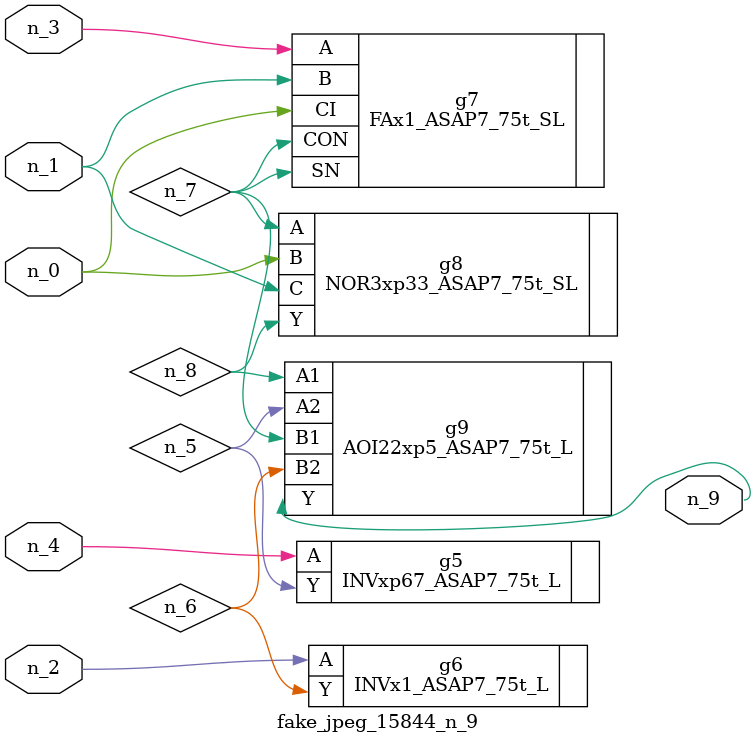
<source format=v>
module fake_jpeg_15844_n_9 (n_3, n_2, n_1, n_0, n_4, n_9);

input n_3;
input n_2;
input n_1;
input n_0;
input n_4;

output n_9;

wire n_8;
wire n_6;
wire n_5;
wire n_7;

INVxp67_ASAP7_75t_L g5 ( 
.A(n_4),
.Y(n_5)
);

INVx1_ASAP7_75t_L g6 ( 
.A(n_2),
.Y(n_6)
);

FAx1_ASAP7_75t_SL g7 ( 
.A(n_3),
.B(n_1),
.CI(n_0),
.CON(n_7),
.SN(n_7)
);

NOR3xp33_ASAP7_75t_SL g8 ( 
.A(n_7),
.B(n_0),
.C(n_1),
.Y(n_8)
);

AOI22xp5_ASAP7_75t_L g9 ( 
.A1(n_8),
.A2(n_5),
.B1(n_7),
.B2(n_6),
.Y(n_9)
);


endmodule
</source>
